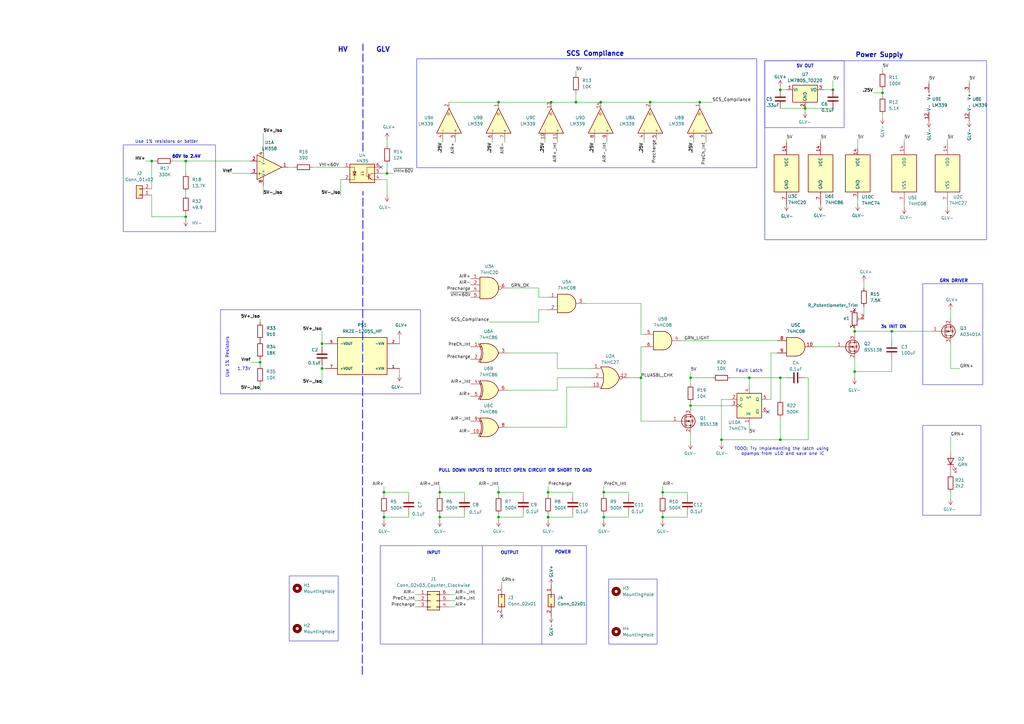
<source format=kicad_sch>
(kicad_sch (version 20250114) (generator "eeschema") (generator_version "9.0")
  (paper "A3")
  (title_block (title "TSAL GREEN") (date "2025-01-10") (rev "1.1") (company "Formula Barton Racing") (comment 1 "evanscesil@gmail.com"))
  (rectangle (start 249.682 237.49) (end 269.494 264.16))
  (rectangle (start 170.942 24.13) (end 310.388 68.834))
  (rectangle (start 313.69 24.892) (end 404.622 98.298))
  (rectangle (start 378.46 174.498) (end 402.336 211.328))
  (rectangle (start 90.424 127) (end 172.466 161.544))
  (rectangle (start 313.69 24.892) (end 346.202 52.324))
  (rectangle (start 378.46 116.332) (end 403.098 157.734))
  (rectangle (start 118.618 236.22) (end 138.684 262.89))
  (rectangle (start 50.546 59.436) (end 88.392 94.996))
  (rectangle (start 155.956 223.774) (end 240.538 264.16))
  (text "GLV" (at 154.178 21.59 0) (effects (font (size 2.0066 2.0066) (thickness 0.4013) (bold yes)) (justify left bottom)))
  (text "3s INIT ON" (at 366.522 134.112 0) (effects (font (size 1.27 1.27) (thickness 0.254) (bold yes))))
  (text "Power Supply" (at 360.68 22.606 0) (effects (font (size 1.905 1.905) (thickness 0.381) (bold yes))))
  (text "60V to 2.4V" (at 76.454 64.262 0) (effects (font (size 1.27 1.27) (thickness 0.508) (bold yes))))
  (text "GRN DRIVER" (at 391.16 115.316 0) (effects (font (size 1.27 1.27) (thickness 0.254) (bold yes))))
  (text "INPUT" (at 177.8 226.822 0) (effects (font (size 1.27 1.27) (thickness 0.254) (bold yes))))
  (text "TODO: Try Implementing the latch using \nopamps from u10 and save one IC" (at 321.056 185.166 0) (effects (font (size 1.27 1.27))))
  (text "POWER" (at 230.886 226.568 0) (effects (font (size 1.27 1.27) (thickness 0.254) (bold yes))))
  (text "OUTPUT" (at 209.042 226.822 0) (effects (font (size 1.27 1.27) (thickness 0.254) (bold yes))))
  (text "PULL DOWN INPUTS TO DETECT OPEN CIRCUIT OR SHORT TO GND" (at 211.328 193.04 0) (effects (font (size 1.27 1.27) (thickness 0.254) (bold yes))))
  (text "Use 1% resistors or better" (at 68.326 58.166 0) (effects (font (size 1.27 1.27))))
  (text "5V OUT" (at 330.2 27.178 0) (effects (font (size 1.27 1.27) (thickness 0.254) (bold yes))))
  (text "1.73V\n" (at 100.076 151.384 0) (effects (font (size 1.27 1.27))))
  (text "HV" (at 138.43 21.59 0) (effects (font (size 2.0066 2.0066) (thickness 0.4013) (bold yes)) (justify left bottom)))
  (text "SCS Compliance" (at 244.094 22.098 0) (effects (font (size 1.905 1.905) (thickness 0.381) (bold yes))))
  (text "Use 1% Resistors" (at 93.218 146.558 90) (effects (font (size 1.27 1.27))))
  (text "Fault Latch" (at 307.34 152.146 0) (effects (font (size 1.27 1.27))))
  (junction (at 295.91 180.34))
  (junction (at 132.08 140.97))
  (junction (at 283.21 154.94))
  (junction (at 320.04 180.34))
  (junction (at 262.89 154.94))
  (junction (at 271.78 201.93))
  (junction (at 247.65 212.09))
  (junction (at 204.47 201.93))
  (junction (at 330.2 44.45))
  (junction (at 158.75 71.12))
  (junction (at 247.65 201.93))
  (junction (at 266.7 41.91))
  (junction (at 226.06 41.91))
  (junction (at 180.34 201.93))
  (junction (at 180.34 212.09))
  (junction (at 341.63 36.83))
  (junction (at 157.48 201.93))
  (junction (at 320.04 36.83))
  (junction (at 350.52 152.4))
  (junction (at 157.48 212.09))
  (junction (at 361.95 38.1))
  (junction (at 106.68 148.59))
  (junction (at 287.02 41.91))
  (junction (at 246.38 41.91))
  (junction (at 76.2 88.9))
  (junction (at 320.04 154.94))
  (junction (at 307.34 154.94))
  (junction (at 204.47 41.91))
  (junction (at 62.23 66.04))
  (junction (at 224.79 201.93))
  (junction (at 204.47 212.09))
  (junction (at 283.21 166.37))
  (junction (at 132.08 151.13))
  (junction (at 236.22 41.91))
  (junction (at 271.78 212.09))
  (junction (at 350.52 135.89))
  (junction (at 76.2 66.04))
  (junction (at 365.76 135.89))
  (junction (at 224.79 212.09))
  (no_connect (at 156.21 68.58))
  (no_connect (at 350.52 127))
  (no_connect (at 205.74 252.73))
  (no_connect (at 314.96 168.91))
  (wire (pts (xy 283.21 165.1) (xy 283.21 166.37)))
  (wire (pts (xy 204.47 41.91) (xy 226.06 41.91)))
  (wire (pts (xy 365.76 135.89) (xy 382.27 135.89)))
  (wire (pts (xy 132.08 151.13) (xy 133.35 151.13)))
  (wire (pts (xy 107.95 80.01) (xy 107.95 76.2)))
  (wire (pts (xy 307.34 177.8) (xy 307.34 173.99)))
  (wire (pts (xy 365.76 147.32) (xy 365.76 152.4)))
  (wire (pts (xy 341.63 36.83) (xy 337.82 36.83)))
  (wire (pts (xy 163.83 138.43) (xy 163.83 140.97)))
  (wire (pts (xy 320.04 44.45) (xy 330.2 44.45)))
  (wire (pts (xy 247.65 212.09) (xy 257.81 212.09)))
  (wire (pts (xy 271.78 203.2) (xy 271.78 201.93)))
  (wire (pts (xy 287.02 41.91) (xy 292.1 41.91)))
  (wire (pts (xy 204.47 213.36) (xy 204.47 212.09)))
  (wire (pts (xy 232.41 175.26) (xy 208.28 175.26)))
  (wire (pts (xy 158.75 71.12) (xy 156.21 71.12)))
  (wire (pts (xy 281.94 203.2) (xy 281.94 201.93)))
  (wire (pts (xy 76.2 90.17) (xy 76.2 88.9)))
  (polyline (pts (xy 148.59 276.606) (xy 148.844 78.486)) (stroke (width 0.3048) (type dash)))
  (wire (pts (xy 234.95 201.93) (xy 224.79 201.93)))
  (wire (pts (xy 361.95 27.94) (xy 361.95 29.21)))
  (wire (pts (xy 220.98 132.08) (xy 200.66 132.08)))
  (wire (pts (xy 262.89 154.94) (xy 257.81 154.94)))
  (wire (pts (xy 271.78 201.93) (xy 271.78 199.39)))
  (wire (pts (xy 266.7 41.91) (xy 287.02 41.91)))
  (wire (pts (xy 224.79 212.09) (xy 224.79 210.82)))
  (wire (pts (xy 190.5 203.2) (xy 190.5 201.93)))
  (wire (pts (xy 214.63 212.09) (xy 214.63 210.82)))
  (wire (pts (xy 234.95 203.2) (xy 234.95 201.93)))
  (wire (pts (xy 247.65 213.36) (xy 247.65 212.09)))
  (wire (pts (xy 132.08 140.97) (xy 132.08 142.24)))
  (polyline (pts (xy 197.866 264.16) (xy 197.866 224.028)))
  (wire (pts (xy 132.08 157.48) (xy 132.08 151.13)))
  (wire (pts (xy 76.2 71.12) (xy 76.2 66.04)))
  (wire (pts (xy 284.48 58.42) (xy 284.48 57.15)))
  (wire (pts (xy 71.12 66.04) (xy 76.2 66.04)))
  (wire (pts (xy 370.84 57.15) (xy 370.84 58.42)))
  (wire (pts (xy 264.16 58.42) (xy 264.16 57.15)))
  (wire (pts (xy 232.41 158.75) (xy 232.41 175.26)))
  (wire (pts (xy 132.08 140.97) (xy 133.35 140.97)))
  (wire (pts (xy 336.55 57.15) (xy 336.55 58.42)))
  (wire (pts (xy 224.79 212.09) (xy 234.95 212.09)))
  (wire (pts (xy 350.52 154.94) (xy 350.52 152.4)))
  (wire (pts (xy 316.23 144.78) (xy 318.77 144.78)))
  (wire (pts (xy 262.89 142.24) (xy 262.89 154.94)))
  (wire (pts (xy 161.29 71.12) (xy 158.75 71.12)))
  (wire (pts (xy 271.78 212.09) (xy 271.78 210.82)))
  (wire (pts (xy 281.94 212.09) (xy 281.94 210.82)))
  (wire (pts (xy 330.2 44.45) (xy 341.63 44.45)))
  (wire (pts (xy 62.23 88.9) (xy 76.2 88.9)))
  (wire (pts (xy 201.93 58.42) (xy 201.93 57.15)))
  (wire (pts (xy 236.22 41.91) (xy 246.38 41.91)))
  (wire (pts (xy 370.84 85.09) (xy 370.84 83.82)))
  (wire (pts (xy 331.47 154.94) (xy 330.2 154.94)))
  (wire (pts (xy 158.75 73.66) (xy 158.75 80.01)))
  (wire (pts (xy 190.5 212.09) (xy 190.5 210.82)))
  (wire (pts (xy 76.2 88.9) (xy 76.2 87.63)))
  (wire (pts (xy 295.91 181.61) (xy 295.91 180.34)))
  (wire (pts (xy 350.52 152.4) (xy 350.52 147.32)))
  (wire (pts (xy 361.95 38.1) (xy 361.95 36.83)))
  (wire (pts (xy 207.01 58.42) (xy 207.01 57.15)))
  (wire (pts (xy 236.22 29.21) (xy 236.22 30.48)))
  (wire (pts (xy 170.18 243.84) (xy 171.45 243.84)))
  (wire (pts (xy 257.81 212.09) (xy 257.81 210.82)))
  (wire (pts (xy 226.06 41.91) (xy 236.22 41.91)))
  (wire (pts (xy 393.7 151.13) (xy 389.89 151.13)))
  (wire (pts (xy 224.79 127) (xy 220.98 127)))
  (wire (pts (xy 204.47 201.93) (xy 204.47 199.39)))
  (wire (pts (xy 208.28 144.78) (xy 228.6 144.78)))
  (wire (pts (xy 180.34 203.2) (xy 180.34 201.93)))
  (wire (pts (xy 118.11 68.58) (xy 120.65 68.58)))
  (wire (pts (xy 283.21 152.4) (xy 283.21 154.94)))
  (wire (pts (xy 320.04 154.94) (xy 307.34 154.94)))
  (wire (pts (xy 281.94 201.93) (xy 271.78 201.93)))
  (wire (pts (xy 107.95 54.61) (xy 107.95 60.96)))
  (wire (pts (xy 220.98 121.92) (xy 220.98 118.11)))
  (wire (pts (xy 350.52 135.89) (xy 365.76 135.89)))
  (wire (pts (xy 220.98 127) (xy 220.98 132.08)))
  (wire (pts (xy 157.48 203.2) (xy 157.48 201.93)))
  (wire (pts (xy 248.92 58.42) (xy 248.92 57.15)))
  (wire (pts (xy 186.69 248.92) (xy 184.15 248.92)))
  (wire (pts (xy 331.47 154.94) (xy 331.47 180.34)))
  (wire (pts (xy 262.89 137.16) (xy 264.16 137.16)))
  (wire (pts (xy 320.04 180.34) (xy 295.91 180.34)))
  (wire (pts (xy 320.04 171.45) (xy 320.04 180.34)))
  (wire (pts (xy 275.59 172.72) (xy 262.89 172.72)))
  (wire (pts (xy 228.6 151.13) (xy 242.57 151.13)))
  (wire (pts (xy 190.5 201.93) (xy 180.34 201.93)))
  (wire (pts (xy 106.68 130.81) (xy 106.68 132.08)))
  (wire (pts (xy 247.65 203.2) (xy 247.65 201.93)))
  (wire (pts (xy 247.65 212.09) (xy 247.65 210.82)))
  (wire (pts (xy 320.04 35.56) (xy 320.04 36.83)))
  (wire (pts (xy 214.63 201.93) (xy 204.47 201.93)))
  (wire (pts (xy 163.83 151.13) (xy 163.83 153.67)))
  (wire (pts (xy 331.47 180.34) (xy 320.04 180.34)))
  (wire (pts (xy 204.47 203.2) (xy 204.47 201.93)))
  (wire (pts (xy 157.48 212.09) (xy 157.48 210.82)))
  (wire (pts (xy 234.95 212.09) (xy 234.95 210.82)))
  (wire (pts (xy 228.6 58.42) (xy 228.6 57.15)))
  (wire (pts (xy 389.89 193.04) (xy 389.89 194.31)))
  (wire (pts (xy 295.91 163.83) (xy 299.72 163.83)))
  (wire (pts (xy 283.21 154.94) (xy 283.21 157.48)))
  (wire (pts (xy 76.2 80.01) (xy 76.2 78.74)))
  (wire (pts (xy 389.89 151.13) (xy 389.89 140.97)))
  (wire (pts (xy 316.23 163.83) (xy 314.96 163.83)))
  (wire (pts (xy 388.62 85.09) (xy 388.62 83.82)))
  (wire (pts (xy 271.78 212.09) (xy 281.94 212.09)))
  (wire (pts (xy 62.23 77.47) (xy 62.23 66.04)))
  (wire (pts (xy 76.2 66.04) (xy 102.87 66.04)))
  (wire (pts (xy 186.69 58.42) (xy 186.69 57.15)))
  (wire (pts (xy 204.47 212.09) (xy 204.47 210.82)))
  (wire (pts (xy 361.95 39.37) (xy 361.95 38.1)))
  (wire (pts (xy 271.78 213.36) (xy 271.78 212.09)))
  (wire (pts (xy 246.38 41.91) (xy 266.7 41.91)))
  (wire (pts (xy 132.08 135.89) (xy 132.08 140.97)))
  (wire (pts (xy 157.48 213.36) (xy 157.48 212.09)))
  (wire (pts (xy 354.33 125.73) (xy 354.33 130.81)))
  (wire (pts (xy 262.89 142.24) (xy 264.16 142.24)))
  (wire (pts (xy 158.75 59.69) (xy 158.75 57.15)))
  (wire (pts (xy 240.03 124.46) (xy 262.89 124.46)))
  (wire (pts (xy 106.68 149.86) (xy 106.68 148.59)))
  (wire (pts (xy 102.87 148.59) (xy 106.68 148.59)))
  (wire (pts (xy 262.89 124.46) (xy 262.89 137.16)))
  (wire (pts (xy 365.76 152.4) (xy 350.52 152.4)))
  (wire (pts (xy 257.81 203.2) (xy 257.81 201.93)))
  (wire (pts (xy 307.34 154.94) (xy 307.34 158.75)))
  (polyline (pts (xy 148.844 61.976) (xy 148.844 18.034)) (stroke (width 0.3048) (type dash)))
  (wire (pts (xy 132.08 149.86) (xy 132.08 151.13)))
  (wire (pts (xy 358.14 38.1) (xy 361.95 38.1)))
  (wire (pts (xy 228.6 154.94) (xy 228.6 160.02)))
  (wire (pts (xy 365.76 135.89) (xy 365.76 139.7)))
  (wire (pts (xy 243.84 58.42) (xy 243.84 57.15)))
  (wire (pts (xy 283.21 181.61) (xy 283.21 177.8)))
  (wire (pts (xy 350.52 134.62) (xy 350.52 135.89)))
  (wire (pts (xy 186.69 243.84) (xy 184.15 243.84)))
  (wire (pts (xy 316.23 144.78) (xy 316.23 163.83)))
  (wire (pts (xy 228.6 160.02) (xy 208.28 160.02)))
  (wire (pts (xy 158.75 67.31) (xy 158.75 71.12)))
  (wire (pts (xy 204.47 212.09) (xy 214.63 212.09)))
  (wire (pts (xy 283.21 166.37) (xy 299.72 166.37)))
  (wire (pts (xy 236.22 41.91) (xy 236.22 38.1)))
  (wire (pts (xy 320.04 36.83) (xy 322.58 36.83)))
  (wire (pts (xy 62.23 66.04) (xy 63.5 66.04)))
  (wire (pts (xy 388.62 57.15) (xy 388.62 58.42)))
  (wire (pts (xy 354.33 115.57) (xy 354.33 118.11)))
  (wire (pts (xy 106.68 160.02) (xy 106.68 157.48)))
  (wire (pts (xy 242.57 154.94) (xy 228.6 154.94)))
  (wire (pts (xy 295.91 180.34) (xy 295.91 163.83)))
  (wire (pts (xy 139.7 73.66) (xy 140.97 73.66)))
  (wire (pts (xy 167.64 203.2) (xy 167.64 201.93)))
  (wire (pts (xy 228.6 144.78) (xy 228.6 151.13)))
  (wire (pts (xy 156.21 73.66) (xy 158.75 73.66)))
  (wire (pts (xy 186.69 246.38) (xy 184.15 246.38)))
  (wire (pts (xy 157.48 201.93) (xy 157.48 199.39)))
  (wire (pts (xy 214.63 203.2) (xy 214.63 201.93)))
  (wire (pts (xy 180.34 213.36) (xy 180.34 212.09)))
  (wire (pts (xy 361.95 48.26) (xy 361.95 46.99)))
  (wire (pts (xy 95.25 71.12) (xy 102.87 71.12)))
  (wire (pts (xy 322.58 57.15) (xy 322.58 58.42)))
  (wire (pts (xy 170.18 248.92) (xy 171.45 248.92)))
  (wire (pts (xy 224.79 201.93) (xy 224.79 199.39)))
  (wire (pts (xy 157.48 212.09) (xy 167.64 212.09)))
  (wire (pts (xy 106.68 148.59) (xy 106.68 147.32)))
  (wire (pts (xy 167.64 201.93) (xy 157.48 201.93)))
  (wire (pts (xy 208.28 118.11) (xy 220.98 118.11)))
  (wire (pts (xy 397.51 33.02) (xy 397.51 34.29)))
  (wire (pts (xy 389.89 127) (xy 389.89 130.81)))
  (wire (pts (xy 180.34 212.09) (xy 180.34 210.82)))
  (wire (pts (xy 167.64 212.09) (xy 167.64 210.82)))
  (wire (pts (xy 283.21 166.37) (xy 283.21 167.64)))
  (wire (pts (xy 204.47 41.91) (xy 184.15 41.91)))
  (wire (pts (xy 223.52 58.42) (xy 223.52 57.15)))
  (wire (pts (xy 389.89 204.47) (xy 389.89 201.93)))
  (wire (pts (xy 59.69 66.04) (xy 62.23 66.04)))
  (wire (pts (xy 330.2 45.72) (xy 330.2 44.45)))
  (wire (pts (xy 181.61 58.42) (xy 181.61 57.15)))
  (wire (pts (xy 322.58 154.94) (xy 320.04 154.94)))
  (wire (pts (xy 341.63 33.02) (xy 341.63 36.83)))
  (wire (pts (xy 299.72 154.94) (xy 307.34 154.94)))
  (wire (pts (xy 320.04 163.83) (xy 320.04 154.94)))
  (wire (pts (xy 350.52 135.89) (xy 350.52 137.16)))
  (wire (pts (xy 62.23 80.01) (xy 62.23 88.9)))
  (wire (pts (xy 139.7 80.01) (xy 139.7 73.66)))
  (wire (pts (xy 224.79 121.92) (xy 220.98 121.92)))
  (wire (pts (xy 128.27 68.58) (xy 140.97 68.58)))
  (polyline (pts (xy 222.25 264.16) (xy 222.25 224.028)))
  (wire (pts (xy 180.34 212.09) (xy 190.5 212.09)))
  (wire (pts (xy 292.1 154.94) (xy 283.21 154.94)))
  (wire (pts (xy 389.89 185.42) (xy 389.89 179.07)))
  (wire (pts (xy 205.74 238.76) (xy 205.74 240.03)))
  (wire (pts (xy 242.57 158.75) (xy 232.41 158.75)))
  (wire (pts (xy 224.79 213.36) (xy 224.79 212.09)))
  (wire (pts (xy 170.18 246.38) (xy 171.45 246.38)))
  (wire (pts (xy 247.65 201.93) (xy 247.65 199.39)))
  (wire (pts (xy 381 33.02) (xy 381 34.29)))
  (wire (pts (xy 351.79 83.82) (xy 351.79 81.28)))
  (wire (pts (xy 342.9 142.24) (xy 334.01 142.24)))
  (wire (pts (xy 180.34 201.93) (xy 180.34 199.39)))
  (wire (pts (xy 257.81 201.93) (xy 247.65 201.93)))
  (wire (pts (xy 279.4 139.7) (xy 318.77 139.7)))
  (wire (pts (xy 262.89 154.94) (xy 262.89 172.72)))
  (wire (pts (xy 224.79 203.2) (xy 224.79 201.93)))
  (wire (pts (xy 351.79 57.15) (xy 351.79 60.96)))
  (wire (pts (xy 289.56 58.42) (xy 289.56 57.15)))
  (label ".25V" (at 358.14 38.1 180) (effects (font (thickness 0.254) (bold yes))))
  (label "PLUASBL_CHK" (at 262.89 154.94 0))
  (label "AIR-" (at 170.18 243.84 180))
  (label "SCS_Compliance" (at 292.1 41.91 0))
  (label "5V" (at 361.95 27.94 0))
  (label "5V" (at 341.63 33.02 0))
  (label "SCS_Compliance" (at 200.66 132.08 180))
  (label "5V-_Iso" (at 107.95 80.01 0) (effects (font (thickness 0.254) (bold yes))))
  (label ".25V" (at 264.16 58.42 270) (effects (font (thickness 0.254) (bold yes))))
  (label "5V" (at 397.51 33.02 0))
  (label "AIR-" (at 193.04 177.8 180))
  (label "5V-_Iso" (at 132.08 157.48 180) (effects (font (bold yes))))
  (label "Vref" (at 102.87 148.59 180) (effects (font (thickness 0.254) (bold yes))))
  (label "Precharge" (at 224.79 199.39 0))
  (label ".25V" (at 181.61 58.42 270) (effects (font (thickness 0.254) (bold yes))))
  (label "5V" (at 351.79 57.15 0))
  (label "5V" (at 388.62 57.15 0))
  (label "5V" (at 283.21 152.4 0))
  (label "AIR+" (at 186.69 58.42 270))
  (label "GRN+" (at 205.74 238.76 0))
  (label "5V" (at 381 33.02 0))
  (label "AIR-" (at 271.78 199.39 0))
  (label "5V+_Iso" (at 106.68 130.81 180) (effects (font (bold yes))))
  (label "AIR+_Int" (at 193.04 157.48 180))
  (label "5V+_Iso" (at 107.95 54.61 0) (effects (font (bold yes))))
  (label "GRN_OK" (at 209.55 118.11 0))
  (label "AIR-_Int" (at 193.04 172.72 180))
  (label "5V+_Iso" (at 132.08 135.89 180) (effects (font (bold yes))))
  (label "GRN+" (at 393.7 151.13 0))
  (label ".25V" (at 223.52 58.42 270) (effects (font (thickness 0.254) (bold yes))))
  (label "AIR+" (at 193.04 114.3 180))
  (label "AIR+" (at 186.69 248.92 0))
  (label "PreCh_Int" (at 170.18 246.38 180))
  (label "5V-_Iso" (at 106.68 160.02 180) (effects (font (bold yes))))
  (label "5V" (at 370.84 57.15 0))
  (label "5V" (at 336.55 57.15 0))
  (label "5V" (at 307.34 177.8 0))
  (label "Precharge" (at 193.04 119.38 180))
  (label ".25V" (at 243.84 58.42 270) (effects (font (thickness 0.254) (bold yes))))
  (label "VHI<60V" (at 130.81 68.58 0))
  (label "GRN_LIGHT" (at 280.67 139.7 0))
  (label "5V-_Iso" (at 139.7 80.01 180) (effects (font (thickness 0.254) (bold yes))))
  (label "AIR+_Int" (at 180.34 199.39 180))
  (label "PreCh_Int" (at 289.56 58.42 270))
  (label "Precharge" (at 170.18 248.92 180))
  (label "AIR-_Int" (at 186.69 243.84 0))
  (label "HV+" (at 59.69 66.04 180) (effects (font (bold yes))))
  (label "Precharge" (at 269.24 57.15 270))
  (label "AIR-_Int" (at 248.92 58.42 270))
  (label ".25V" (at 284.48 58.42 270) (effects (font (thickness 0.254) (bold yes))))
  (label "PreCh_Int" (at 247.65 199.39 0))
  (label "5V" (at 322.58 57.15 0))
  (label "AIR-" (at 207.01 58.42 270))
  (label "AIR-_Int" (at 204.47 199.39 180))
  (label "AIR+" (at 193.04 162.56 180))
  (label "5V" (at 236.22 29.21 0))
  (label "~{VHI<60V}" (at 193.04 121.92 180))
  (label "AIR+_Int" (at 186.69 246.38 0))
  (label "AIR-" (at 193.04 116.84 180))
  (label "Precharge" (at 193.04 147.32 180))
  (label "GRN+" (at 389.89 179.07 0))
  (label "AIR+_Int" (at 228.6 58.42 270))
  (label "PreCh_Int" (at 193.04 142.24 180))
  (label "Vref" (at 95.25 71.12 180) (effects (font (thickness 0.254) (bold yes))))
  (label "AIR+" (at 157.48 199.39 180))
  (label "~{VHI<60V}" (at 161.29 71.12 0))
  (label ".25V" (at 201.93 58.42 270) (effects (font (thickness 0.254) (bold yes))))
  (symbol (lib_id "Comparator:LM339") (at 383.54 41.91 0) (unit 5)
    (property "Reference" "U9" (at 382.27 40.6399 0) (effects (justify left)))
    (property "Value" "LM339" (at 382.27 43.1799 0) (effects (justify left)))
    (property "Footprint" "Package_DIP:DIP-14_W7.62mm" (effects (hide yes)))
    (property "Datasheet" "https://www.st.com/resource/en/datasheet/lm139.pdf" (effects (hide yes)))
    (property "Description" "Quad Differential Comparators, SOIC-14/TSSOP-14" (effects (hide yes)))
  )
  (symbol (lib_id "power:+12V") (at 224.79 213.36 180) (unit 1)
    (property "Reference" "#PWR04" (effects (hide yes)))
    (property "Value" "GLV-" (at 227.584 217.932 0) (effects (justify left)))
  )
  (symbol (lib_id "Transistor_FET:BSS138") (at 280.67 172.72 0) (unit 1)
    (property "Reference" "Q1" (at 287.02 171.4499 0) (effects (justify left)))
    (property "Value" "BSS138" (at 287.02 173.9899 0) (effects (justify left)))
    (property "Footprint" "Package_TO_SOT_SMD:SOT-23" (effects (hide yes)))
    (property "Datasheet" "https://www.onsemi.com/pub/Collateral/BSS138-D.PDF" (effects (hide yes)))
    (property "Description" "50V Vds, 0.22A Id, N-Channel MOSFET, SOT-23" (effects (hide yes)))
  )
  (symbol (lib_name "4002_1") (lib_id "4xxx:4002") (at 250.19 154.94 0) (unit 1)
    (property "Reference" "U2" (at 250.19 146.05 0))
    (property "Value" "74HC27" (at 250.19 148.59 0))
    (property "Footprint" "Package_SO:SOIC-14_3.9x8.7mm_P1.27mm" (effects (hide yes)))
    (property "Datasheet" "https://assets.nexperia.com/documents/data-sheet/74HC_HCT27.pdf" (effects (hide yes)))
    (property "Description" "Dual  4 input NOR gate" (effects (hide yes)))
  )
  (symbol (lib_id "74xx:74HC86") (at 200.66 144.78 0) (unit 1)
    (property "Reference" "U6" (at 200.3552 135.89 0))
    (property "Value" "74HC86" (at 200.3552 138.43 0))
    (property "Footprint" "Package_DIP:DIP-14_W7.62mm" (effects (hide yes)))
    (property "Datasheet" "http://www.ti.com/lit/gpn/sn74HC86" (effects (hide yes)))
    (property "Description" "Quad 2-input XOR" (effects (hide yes)))
  )
  (symbol (lib_id "power:+12V") (at 163.83 138.43 0) (unit 1)
    (property "Reference" "#PWR028" (effects (hide yes)))
    (property "Value" "GLV+" (at 162.052 133.35 0) (effects (justify left)))
  )
  (symbol (lib_id "74xx:74HC86") (at 200.66 160.02 0) (unit 2)
    (property "Reference" "U6" (at 200.3552 151.13 0))
    (property "Value" "74HC86" (at 200.3552 153.67 0))
    (property "Footprint" "Package_DIP:DIP-14_W7.62mm" (effects (hide yes)))
    (property "Datasheet" "http://www.ti.com/lit/gpn/sn74HC86" (effects (hide yes)))
    (property "Description" "Quad 2-input XOR" (effects (hide yes)))
  )
  (symbol (lib_id "power:+12V") (at 354.33 115.57 0) (unit 1)
    (property "Reference" "#PWR030" (effects (hide yes)))
    (property "Value" "GLV+" (at 352.552 111.506 0) (effects (justify left)))
  )
  (symbol (lib_id "Amplifier_Operational:LM358") (at 110.49 68.58 0) (mirror x) (unit 3)
    (property "Reference" "U1" (effects (hide yes)))
    (property "Value" "LM358" (effects (hide yes)))
    (property "Footprint" "Package_SO:SOIC-8_3.9x4.9mm_P1.27mm" (effects (hide yes)))
    (property "Datasheet" "http://www.ti.com/lit/ds/symlink/lm2904-n.pdf" (effects (hide yes)))
    (property "Description" "Low-Power, Dual Operational Amplifiers, DIP-8/SOIC-8/TO-99-8" (effects (hide yes)))
  )
  (symbol (lib_id "Device:R") (at 76.2 74.93 0) (unit 1)
    (property "Reference" "R18" (at 78.74 73.6599 0) (effects (justify left)))
    (property "Value" "13.7K" (at 78.74 76.1999 0) (effects (justify left)))
    (property "Footprint" "Resistor_SMD:R_1206_3216Metric_Pad1.30x1.75mm_HandSolder" (effects (hide yes)))
    (property "Description" "Resistor" (effects (hide yes)))
    (property "Comments" "1% tolerance" (effects (hide yes)))
  )
  (symbol (lib_id "Device:R") (at 361.95 43.18 0) (unit 1)
    (property "Reference" "R12" (at 364.49 41.9099 0) (effects (justify left)))
    (property "Value" "5.1K" (at 364.49 44.4499 0) (effects (justify left)))
    (property "Footprint" "Resistor_SMD:R_0603_1608Metric_Pad0.98x0.95mm_HandSolder" (effects (hide yes)))
    (property "Description" "Resistor" (effects (hide yes)))
  )
  (symbol (lib_id "Device:R") (at 76.2 83.82 0) (unit 1)
    (property "Reference" "R32" (at 78.74 82.5499 0) (effects (justify left)))
    (property "Value" "49.9" (at 78.74 85.0899 0) (effects (justify left)))
    (property "Footprint" "Resistor_SMD:R_1206_3216Metric_Pad1.30x1.75mm_HandSolder" (effects (hide yes)))
    (property "Description" "Resistor" (effects (hide yes)))
    (property "Comments" "1% tolerance" (effects (hide yes)))
  )
  (symbol (lib_id "power:+12V") (at 320.04 35.56 0) (unit 1)
    (property "Reference" "#PWR021" (effects (hide yes)))
    (property "Value" "GLV+" (at 317.5 31.496 0) (effects (justify left)))
  )
  (symbol (lib_id "Device:R") (at 157.48 207.01 0) (mirror y) (unit 1)
    (property "Reference" "R5" (at 160.02 205.7399 0) (effects (justify right)))
    (property "Value" "500K" (at 160.02 208.2799 0) (effects (justify right)))
    (property "Footprint" "Resistor_SMD:R_0603_1608Metric_Pad0.98x0.95mm_HandSolder" (effects (hide yes)))
    (property "Description" "Resistor" (effects (hide yes)))
  )
  (symbol (lib_id "Device:R") (at 158.75 63.5 0) (unit 1)
    (property "Reference" "R14" (at 161.29 62.2299 0) (effects (justify left)))
    (property "Value" "12K" (at 161.29 64.7699 0) (effects (justify left)))
    (property "Footprint" "Resistor_SMD:R_0603_1608Metric_Pad0.98x0.95mm_HandSolder" (effects (hide yes)))
    (property "Description" "Resistor" (effects (hide yes)))
  )
  (symbol (lib_id "Device:C") (at 320.04 40.64 0) (unit 1)
    (property "Reference" "C5" (at 314.198 40.64 0) (effects (justify left)))
    (property "Value" ".33uF" (at 314.198 43.18 0) (effects (justify left)))
    (property "Footprint" "Capacitor_SMD:C_0603_1608Metric_Pad1.08x0.95mm_HandSolder" (effects (hide yes)))
    (property "Description" "Unpolarized capacitor" (effects (hide yes)))
  )
  (symbol (lib_id "74xx:74LS20") (at 200.66 118.11 0) (unit 1)
    (property "Reference" "U3" (at 200.6503 109.22 0))
    (property "Value" "74HC20" (at 200.6503 111.76 0))
    (property "Footprint" "Package_DIP:DIP-14_W7.62mm" (effects (hide yes)))
    (property "Datasheet" "https://www.ti.com/lit/ds/symlink/cd74hc20.pdf" (effects (hide yes)))
    (property "Description" "Dual 4-input NAND" (effects (hide yes)))
  )
  (symbol (lib_id "Device:C") (at 326.39 154.94 90) (unit 1)
    (property "Reference" "C4" (at 326.39 148.844 90))
    (property "Value" "0.1uF" (at 326.39 151.384 90))
    (property "Footprint" "Capacitor_SMD:C_0603_1608Metric_Pad1.08x0.95mm_HandSolder" (effects (hide yes)))
    (property "Description" "Unpolarized capacitor" (effects (hide yes)))
  )
  (symbol (lib_id "Device:R") (at 283.21 161.29 0) (unit 1)
    (property "Reference" "R19" (at 285.75 160.0199 0) (effects (justify left)))
    (property "Value" "10K" (at 285.75 162.5599 0) (effects (justify left)))
    (property "Footprint" "Resistor_SMD:R_0603_1608Metric_Pad0.98x0.95mm_HandSolder" (effects (hide yes)))
    (property "Description" "Resistor" (effects (hide yes)))
  )
  (symbol (lib_id "power:+12V") (at 381 49.53 180) (unit 1)
    (property "Reference" "#PWR012" (effects (hide yes)))
    (property "Value" "GLV-" (at 381 52.578 90) (effects (justify left)))
  )
  (symbol (lib_id "Device:R") (at 106.68 153.67 0) (unit 1)
    (property "Reference" "R35" (at 109.22 152.3999 0) (effects (justify left)))
    (property "Value" "10K" (at 109.22 154.9399 0) (effects (justify left)))
    (property "Footprint" "Resistor_SMD:R_0603_1608Metric_Pad0.98x0.95mm_HandSolder" (effects (hide yes)))
    (property "Description" "Resistor" (effects (hide yes)))
  )
  (symbol (lib_id "Mechanical:MountingHole") (at 121.92 257.81 0) (unit 1) (exclude_from_sim yes) (in_bom no)
    (property "Reference" "H2" (at 124.46 256.5399 0) (effects (justify left)))
    (property "Value" "MountingHole" (at 124.46 259.0799 0) (effects (justify left)))
    (property "Footprint" "MountingHole:MountingHole_3.2mm_M3_DIN965" (effects (hide yes)))
    (property "Description" "Mounting Hole without connection" (effects (hide yes)))
  )
  (symbol (lib_id "Device:R") (at 247.65 207.01 0) (mirror y) (unit 1)
    (property "Reference" "R9" (at 250.19 205.7399 0) (effects (justify right)))
    (property "Value" "500K" (at 250.19 208.2799 0) (effects (justify right)))
    (property "Footprint" "Resistor_SMD:R_0603_1608Metric_Pad0.98x0.95mm_HandSolder" (effects (hide yes)))
    (property "Description" "Resistor" (effects (hide yes)))
  )
  (symbol (lib_id "Comparator:LM339") (at 287.02 49.53 270) (mirror x) (unit 2)
    (property "Reference" "U8" (at 280.67 48.2599 90) (effects (justify right)))
    (property "Value" "LM339" (at 280.67 50.7999 90) (effects (justify right)))
    (property "Footprint" "Package_DIP:DIP-14_W7.62mm" (effects (hide yes)))
    (property "Datasheet" "https://www.st.com/resource/en/datasheet/lm139.pdf" (effects (hide yes)))
    (property "Description" "Quad Differential Comparators, SOIC-14/TSSOP-14" (effects (hide yes)))
  )
  (symbol (lib_id "Comparator:LM339") (at 400.05 41.91 0) (unit 5)
    (property "Reference" "U8" (at 398.78 40.6399 0) (effects (justify left)))
    (property "Value" "LM339" (at 398.78 43.1799 0) (effects (justify left)))
    (property "Footprint" "Package_DIP:DIP-14_W7.62mm" (effects (hide yes)))
    (property "Datasheet" "https://www.st.com/resource/en/datasheet/lm139.pdf" (effects (hide yes)))
    (property "Description" "Quad Differential Comparators, SOIC-14/TSSOP-14" (effects (hide yes)))
  )
  (symbol (lib_id "Device:R") (at 106.68 143.51 0) (unit 1)
    (property "Reference" "R34" (at 109.22 142.2399 0) (effects (justify left)))
    (property "Value" "18K" (at 109.22 144.7799 0) (effects (justify left)))
    (property "Footprint" "Resistor_SMD:R_0603_1608Metric_Pad0.98x0.95mm_HandSolder" (effects (hide yes)))
    (property "Description" "Resistor" (effects (hide yes)))
  )
  (symbol (lib_id "Device:R") (at 361.95 33.02 0) (unit 1)
    (property "Reference" "R11" (at 364.49 31.7499 0) (effects (justify left)))
    (property "Value" "100K" (at 364.49 34.2899 0) (effects (justify left)))
    (property "Footprint" "Resistor_SMD:R_0603_1608Metric_Pad0.98x0.95mm_HandSolder" (effects (hide yes)))
    (property "Description" "Resistor" (effects (hide yes)))
  )
  (symbol (lib_id "power:+12V") (at 226.06 240.03 0) (unit 1)
    (property "Reference" "#PWR019" (effects (hide yes)))
    (property "Value" "GLV+" (at 226.06 236.982 90) (effects (justify left)))
  )
  (symbol (lib_id "74xx:74HC74") (at 351.79 71.12 0) (unit 3)
    (property "Reference" "U10" (at 353.314 80.772 0) (effects (justify left)))
    (property "Value" "74HC74" (at 353.314 83.312 0) (effects (justify left)))
    (property "Footprint" "Package_DIP:DIP-14_W7.62mm" (effects (hide yes)))
    (property "Datasheet" "74xx/74hc_hct74.pdf" (effects (hide yes)))
    (property "Description" "Dual D Flip-flop, Set & Reset" (effects (hide yes)))
  )
  (symbol (lib_id "Device:C") (at 365.76 143.51 0) (unit 1)
    (property "Reference" "C3" (at 369.57 142.2399 0) (effects (justify left)))
    (property "Value" "100uF" (at 369.57 144.7799 0) (effects (justify left)))
    (property "Footprint" "Capacitor_SMD:C_Elec_6.3x7.7" (effects (hide yes)))
    (property "Description" "Unpolarized capacitor" (effects (hide yes)))
  )
  (symbol (lib_id "Connector_Generic:Conn_02x01") (at 205.74 245.11 270) (unit 1)
    (property "Reference" "J3" (at 208.28 245.1099 90) (effects (justify left)))
    (property "Value" "Conn_02x01" (at 208.28 247.6499 90) (effects (justify left)))
    (property "Footprint" "Connector_Molex:Molex_Micro-Fit_3.0_43045-0212_2x01_P3.00mm_Vertical" (effects (hide yes)))
    (property "Description" "Generic connector, double row, 02x01, this symbol is compatible with counter-clockwise, top-bottom and odd-even numbering schemes., script generated (kicad-library-utils/schlib/autogen/connector/)" (effects (hide yes)))
  )
  (symbol (lib_id "power:+12V") (at 295.91 181.61 180) (unit 1)
    (property "Reference" "#PWR025" (effects (hide yes)))
    (property "Value" "GLV-" (at 298.704 185.928 0) (effects (justify left)))
  )
  (symbol (lib_id "Device:C") (at 167.64 207.01 0) (unit 1)
    (property "Reference" "C7" (at 172.212 207.01 90))
    (property "Value" "0.1uF" (at 171.704 210.82 0))
    (property "Footprint" "Capacitor_SMD:C_0603_1608Metric_Pad1.08x0.95mm_HandSolder" (effects (hide yes)))
    (property "Description" "Unpolarized capacitor" (effects (hide yes)))
  )
  (symbol (lib_id "Device:C") (at 190.5 207.01 0) (unit 1)
    (property "Reference" "C8" (at 195.072 207.01 0))
    (property "Value" "0.1uF" (at 195.072 210.058 0))
    (property "Footprint" "Capacitor_SMD:C_0603_1608Metric_Pad1.08x0.95mm_HandSolder" (effects (hide yes)))
    (property "Description" "Unpolarized capacitor" (effects (hide yes)))
  )
  (symbol (lib_id "Device:R") (at 124.46 68.58 90) (unit 1)
    (property "Reference" "R16" (at 124.46 62.23 90))
    (property "Value" "390" (at 124.46 64.77 90))
    (property "Footprint" "Resistor_SMD:R_0603_1608Metric_Pad0.98x0.95mm_HandSolder" (effects (hide yes)))
    (property "Description" "Resistor" (effects (hide yes)))
  )
  (symbol (lib_id "Comparator:LM339") (at 204.47 49.53 270) (mirror x) (unit 2)
    (property "Reference" "U9" (at 198.12 48.2599 90) (effects (justify right)))
    (property "Value" "LM339" (at 198.12 50.7999 90) (effects (justify right)))
    (property "Footprint" "Package_DIP:DIP-14_W7.62mm" (effects (hide yes)))
    (property "Datasheet" "https://www.st.com/resource/en/datasheet/lm139.pdf" (effects (hide yes)))
    (property "Description" "Quad Differential Comparators, SOIC-14/TSSOP-14" (effects (hide yes)))
  )
  (symbol (lib_id "power:+12V") (at 247.65 213.36 180) (unit 1)
    (property "Reference" "#PWR05" (effects (hide yes)))
    (property "Value" "GLV-" (at 250.444 217.932 0) (effects (justify left)))
  )
  (symbol (lib_id "Device:R") (at 271.78 207.01 0) (mirror y) (unit 1)
    (property "Reference" "R10" (at 274.32 205.7399 0) (effects (justify right)))
    (property "Value" "500K" (at 274.32 208.2799 0) (effects (justify right)))
    (property "Footprint" "Resistor_SMD:R_0603_1608Metric_Pad0.98x0.95mm_HandSolder" (effects (hide yes)))
    (property "Description" "Resistor" (effects (hide yes)))
  )
  (symbol (lib_id "Device:R") (at 236.22 34.29 0) (unit 1)
    (property "Reference" "R13" (at 238.76 33.0199 0) (effects (justify left)))
    (property "Value" "10K" (at 238.76 35.5599 0) (effects (justify left)))
    (property "Footprint" "Resistor_SMD:R_0603_1608Metric_Pad0.98x0.95mm_HandSolder" (effects (hide yes)))
    (property "Description" "Resistor" (effects (hide yes)))
  )
  (symbol (lib_id "power:+12V") (at 226.06 252.73 180) (unit 1)
    (property "Reference" "#PWR016" (effects (hide yes)))
    (property "Value" "GLV-" (at 226.06 255.778 90) (effects (justify left)))
  )
  (symbol (lib_id "Device:C") (at 341.63 40.64 180) (unit 1)
    (property "Reference" "C6" (at 336.804 42.672 0) (effects (justify right)))
    (property "Value" "0.1uF" (at 336.804 45.212 0) (effects (justify right)))
    (property "Footprint" "Capacitor_SMD:C_0603_1608Metric_Pad1.08x0.95mm_HandSolder" (effects (hide yes)))
    (property "Description" "Unpolarized capacitor" (effects (hide yes)))
  )
  (symbol (lib_id "Device:C") (at 281.94 207.01 0) (unit 1)
    (property "Reference" "C12" (at 286.258 207.01 0))
    (property "Value" "0.1uF" (at 285.75 209.804 0))
    (property "Footprint" "Capacitor_SMD:C_0603_1608Metric_Pad1.08x0.95mm_HandSolder" (effects (hide yes)))
    (property "Description" "Unpolarized capacitor" (effects (hide yes)))
  )
  (symbol (lib_id "Device:R") (at 180.34 207.01 0) (mirror y) (unit 1)
    (property "Reference" "R6" (at 182.88 205.7399 0) (effects (justify right)))
    (property "Value" "500K" (at 182.88 208.2799 0) (effects (justify right)))
    (property "Footprint" "Resistor_SMD:R_0603_1608Metric_Pad0.98x0.95mm_HandSolder" (effects (hide yes)))
    (property "Description" "Resistor" (effects (hide yes)))
  )
  (symbol (lib_id "Regulator_Linear:LM7805_TO220") (at 330.2 36.83 0) (unit 1)
    (property "Reference" "U7" (at 330.2 30.48 0))
    (property "Value" "LM7805_TO220" (at 330.2 33.02 0))
    (property "Footprint" "Package_TO_SOT_THT:TO-220-3_Horizontal_TabDown" (effects (hide yes)))
    (property "Datasheet" "https://www.onsemi.cn/PowerSolutions/document/MC7800-D.PDF" (effects (hide yes)))
    (property "Description" "Positive 1A 35V Linear Regulator, Fixed Output 5V, TO-220" (effects (hide yes)))
  )
  (symbol (lib_id "4xxx:4081") (at 370.84 71.12 0) (unit 5)
    (property "Reference" "U5" (at 372.364 81.026 0) (effects (justify left)))
    (property "Value" "74HC08" (at 372.364 83.566 0) (effects (justify left)))
    (property "Footprint" "Package_DIP:DIP-14_W7.62mm" (effects (hide yes)))
    (property "Datasheet" "http://www.intersil.com/content/dam/Intersil/documents/cd40/cd4073bms-81bms-82bms.pdf" (effects (hide yes)))
    (property "Description" "Quad And 2 inputs" (effects (hide yes)))
  )
  (symbol (lib_id "Mechanical:MountingHole") (at 252.73 242.57 0) (unit 1) (exclude_from_sim yes) (in_bom no)
    (property "Reference" "H3" (at 255.27 241.2999 0) (effects (justify left)))
    (property "Value" "MountingHole" (at 255.27 243.8399 0) (effects (justify left)))
    (property "Footprint" "MountingHole:MountingHole_3.2mm_M3_DIN965" (effects (hide yes)))
    (property "Description" "Mounting Hole without connection" (effects (hide yes)))
  )
  (symbol (lib_id "Connector_Generic:Conn_01x02") (at 57.15 80.01 180) (unit 1)
    (property "Reference" "J2" (at 57.15 71.12 0))
    (property "Value" "Conn_01x02" (at 57.15 73.66 0))
    (property "Footprint" "Connector_Molex:Molex_Mini-Fit_Jr_5566-02A_2x01_P4.20mm_Vertical" (effects (hide yes)))
    (property "Description" "Generic connector, single row, 01x02, script generated (kicad-library-utils/schlib/autogen/connector/)" (effects (hide yes)))
  )
  (symbol (lib_id "Amplifier_Operational:LM358") (at 110.49 68.58 0) (mirror x) (unit 1)
    (property "Reference" "U1" (at 110.49 58.42 0))
    (property "Value" "LM358" (at 110.49 60.96 0))
    (property "Footprint" "Package_SO:SOIC-8_3.9x4.9mm_P1.27mm" (effects (hide yes)))
    (property "Datasheet" "http://www.ti.com/lit/ds/symlink/lm2904-n.pdf" (effects (hide yes)))
    (property "Description" "Low-Power, Dual Operational Amplifiers, DIP-8/SOIC-8/TO-99-8" (effects (hide yes)))
  )
  (symbol (lib_id "Device:R") (at 354.33 121.92 0) (unit 1)
    (property "Reference" "R15" (at 356.87 120.6499 0) (effects (justify left)))
    (property "Value" "7.5K" (at 356.87 123.1899 0) (effects (justify left)))
    (property "Footprint" "Resistor_SMD:R_0603_1608Metric_Pad0.98x0.95mm_HandSolder" (effects (hide yes)))
    (property "Description" "Resistor" (effects (hide yes)))
  )
  (symbol (lib_id "Recom 12V Isolated:RKZE-1205S_HP") (at 148.59 146.05 180) (unit 1)
    (property "Reference" "PS1" (at 148.59 133.35 0))
    (property "Value" "RKZE-1205S_HP" (at 148.59 135.89 0))
    (property "Footprint" "Recom 12V Isolated:CONV_RKZE-1205S_HP" (effects (hide yes)))
    (property "Datasheet" "https://www.mouser.in/datasheet/2/468/RKZE-1711298.pdf" (effects (hide yes)))
    (property "Description" "Isolated buck converter" (effects (hide yes)))
    (property "MANUFACTURER" "RECOM" (effects (hide yes)))
  )
  (symbol (lib_id "power:+12V") (at 163.83 153.67 180) (unit 1)
    (property "Reference" "#PWR029" (effects (hide yes)))
    (property "Value" "GLV-" (at 165.608 158.75 0) (effects (justify left)))
  )
  (symbol (lib_id "power:+12V") (at 283.21 181.61 180) (unit 1)
    (property "Reference" "#PWR033" (effects (hide yes)))
    (property "Value" "GLV-" (at 285.75 185.928 0) (effects (justify left)))
  )
  (symbol (lib_id "power:+BATT") (at 76.2 90.17 180) (unit 1)
    (property "Reference" "#PWR09" (effects (hide yes)))
    (property "Value" "HV-" (at 78.74 91.4399 0) (effects (justify right)))
    (property "Description" "Power symbol creates a global label with name \"+BATT\"" (effects (hide yes)))
  )
  (symbol (lib_id "power:+12V") (at 388.62 85.09 180) (unit 1)
    (property "Reference" "#PWR020" (effects (hide yes)))
    (property "Value" "GLV-" (at 391.16 89.408 0) (effects (justify left)))
  )
  (symbol (lib_id "Device:R") (at 204.47 207.01 0) (mirror y) (unit 1)
    (property "Reference" "R7" (at 207.01 205.7399 0) (effects (justify right)))
    (property "Value" "500K" (at 207.01 208.2799 0) (effects (justify right)))
    (property "Footprint" "Resistor_SMD:R_0603_1608Metric_Pad0.98x0.95mm_HandSolder" (effects (hide yes)))
    (property "Description" "Resistor" (effects (hide yes)))
  )
  (symbol (lib_id "Connector_Generic:Conn_02x03_Counter_Clockwise") (at 176.53 246.38 0) (unit 1)
    (property "Reference" "J1" (at 177.8 237.49 0))
    (property "Value" "Conn_02x03_Counter_Clockwise" (at 177.8 240.03 0))
    (property "Footprint" "Connector_Molex:Molex_Micro-Fit_3.0_43045-0612_2x03_P3.00mm_Vertical" (effects (hide yes)))
    (property "Description" "Generic connector, double row, 02x03, counter clockwise pin numbering scheme (similar to DIP package numbering), script generated (kicad-library-utils/schlib/autogen/connector/)" (effects (hide yes)))
  )
  (symbol (lib_id "power:+12V") (at 271.78 213.36 180) (unit 1)
    (property "Reference" "#PWR06" (effects (hide yes)))
    (property "Value" "GLV-" (at 274.574 217.932 0) (effects (justify left)))
  )
  (symbol (lib_id "power:+12V") (at 350.52 154.94 180) (unit 1)
    (property "Reference" "#PWR031" (effects (hide yes)))
    (property "Value" "GLV-" (at 353.06 160.02 0) (effects (justify left)))
  )
  (symbol (lib_id "4xxx:4081") (at 326.39 142.24 0) (unit 3)
    (property "Reference" "U5" (at 326.3817 133.35 0))
    (property "Value" "74HC08" (at 326.3817 135.89 0))
    (property "Footprint" "Package_DIP:DIP-14_W7.62mm" (effects (hide yes)))
    (property "Datasheet" "http://www.intersil.com/content/dam/Intersil/documents/cd40/cd4073bms-81bms-82bms.pdf" (effects (hide yes)))
    (property "Description" "Quad And 2 inputs" (effects (hide yes)))
  )
  (symbol (lib_id "power:+12V") (at 180.34 213.36 180) (unit 1)
    (property "Reference" "#PWR02" (effects (hide yes)))
    (property "Value" "GLV-" (at 183.134 217.932 0) (effects (justify left)))
  )
  (symbol (lib_id "Comparator:LM339") (at 246.38 49.53 270) (mirror x) (unit 4)
    (property "Reference" "U9" (at 240.03 48.2599 90) (effects (justify right)))
    (property "Value" "LM339" (at 240.03 50.7999 90) (effects (justify right)))
    (property "Footprint" "Package_DIP:DIP-14_W7.62mm" (effects (hide yes)))
    (property "Datasheet" "https://www.st.com/resource/en/datasheet/lm139.pdf" (effects (hide yes)))
    (property "Description" "Quad Differential Comparators, SOIC-14/TSSOP-14" (effects (hide yes)))
  )
  (symbol (lib_id "power:+12V") (at 158.75 57.15 0) (unit 1)
    (property "Reference" "#PWR017" (effects (hide yes)))
    (property "Value" "GLV+" (at 156.972 52.07 0) (effects (justify left)))
  )
  (symbol (lib_id "power:+12V") (at 351.79 83.82 180) (unit 1)
    (property "Reference" "#PWR023" (effects (hide yes)))
    (property "Value" "GLV-" (at 354.584 88.392 0) (effects (justify left)))
  )
  (symbol (lib_id "74xx:74LS20") (at 322.58 71.12 0) (unit 3)
    (property "Reference" "U3" (at 323.088 80.518 0) (effects (justify left)))
    (property "Value" "74HC20" (at 323.088 83.058 0) (effects (justify left)))
    (property "Footprint" "Package_DIP:DIP-14_W7.62mm" (effects (hide yes)))
    (property "Datasheet" "https://www.ti.com/lit/ds/symlink/cd74hc20.pdf" (effects (hide yes)))
    (property "Description" "Dual 4-input NAND" (effects (hide yes)))
  )
  (symbol (lib_id "power:+12V") (at 389.89 127 0) (unit 1)
    (property "Reference" "#PWR032" (effects (hide yes)))
    (property "Value" "GLV+" (at 387.858 122.936 0) (effects (justify left)))
  )
  (symbol (lib_id "Device:R") (at 224.79 207.01 0) (mirror y) (unit 1)
    (property "Reference" "R8" (at 227.33 205.7399 0) (effects (justify right)))
    (property "Value" "500K" (at 227.33 208.2799 0) (effects (justify right)))
    (property "Footprint" "Resistor_SMD:R_0603_1608Metric_Pad0.98x0.95mm_HandSolder" (effects (hide yes)))
    (property "Description" "Resistor" (effects (hide yes)))
  )
  (symbol (lib_id "Device:C") (at 234.95 207.01 0) (unit 1)
    (property "Reference" "C10" (at 239.268 207.01 0))
    (property "Value" "0.1uF" (at 238.76 209.804 0))
    (property "Footprint" "Capacitor_SMD:C_0603_1608Metric_Pad1.08x0.95mm_HandSolder" (effects (hide yes)))
    (property "Description" "Unpolarized capacitor" (effects (hide yes)))
  )
  (symbol (lib_id "Device:R_Potentiometer_Trim") (at 350.52 130.81 0) (unit 1)
    (property "Reference" "e1" (at 347.218 130.556 0))
    (property "Value" "R_Potentiometer_Trim" (at 341.63 125.222 0))
    (property "Footprint" "Potentiometer_THT:Potentiometer_Bourns_3386F_Vertical" (effects (hide yes)))
    (property "Description" "4.7k Trim-potentiometer" (effects (hide yes)))
  )
  (symbol (lib_id "power:+12V") (at 361.95 48.26 180) (unit 1)
    (property "Reference" "#PWR011" (effects (hide yes)))
    (property "Value" "GLV-" (at 361.95 51.308 90) (effects (justify left)))
  )
  (symbol (lib_id "74xx:74HC86") (at 336.55 71.12 0) (unit 5)
    (property "Reference" "U6" (at 338.328 80.518 0) (effects (justify left)))
    (property "Value" "74HC86" (at 338.328 83.058 0) (effects (justify left)))
    (property "Footprint" "Package_DIP:DIP-14_W7.62mm" (effects (hide yes)))
    (property "Datasheet" "http://www.ti.com/lit/gpn/sn74HC86" (effects (hide yes)))
    (property "Description" "Quad 2-input XOR" (effects (hide yes)))
  )
  (symbol (lib_id "Mechanical:MountingHole") (at 252.73 259.08 0) (unit 1) (exclude_from_sim yes) (in_bom no)
    (property "Reference" "H4" (at 255.27 257.8099 0) (effects (justify left)))
    (property "Value" "MountingHole" (at 255.27 260.3499 0) (effects (justify left)))
    (property "Footprint" "MountingHole:MountingHole_3.2mm_M3_DIN965" (effects (hide yes)))
    (property "Description" "Mounting Hole without connection" (effects (hide yes)))
  )
  (symbol (lib_id "Device:LED") (at 389.89 189.23 90) (unit 1)
    (property "Reference" "D2" (at 392.8618 188.2394 90) (effects (justify right)))
    (property "Value" "GRN" (at 392.8618 190.5508 90) (effects (justify right)))
    (property "Footprint" "LED_SMD:LED_0805_2012Metric_Pad1.15x1.40mm_HandSolder" (effects (hide yes)))
    (property "Description" "Green LED" (effects (hide yes)))
  )
  (symbol (lib_id "Comparator:LM339") (at 184.15 49.53 270) (mirror x) (unit 1)
    (property "Reference" "U9" (at 177.8 48.2599 90) (effects (justify right)))
    (property "Value" "LM339" (at 177.8 50.7999 90) (effects (justify right)))
    (property "Footprint" "Package_DIP:DIP-14_W7.62mm" (effects (hide yes)))
    (property "Datasheet" "https://www.st.com/resource/en/datasheet/lm139.pdf" (effects (hide yes)))
    (property "Description" "Quad Differential Comparators, SOIC-14/TSSOP-14" (effects (hide yes)))
  )
  (symbol (lib_id "Transistor_FET:BSS138") (at 347.98 142.24 0) (unit 1)
    (property "Reference" "Q2" (at 354.33 140.9699 0) (effects (justify left)))
    (property "Value" "BSS138" (at 354.33 143.5099 0) (effects (justify left)))
    (property "Footprint" "Package_TO_SOT_SMD:SOT-23" (effects (hide yes)))
    (property "Datasheet" "https://www.onsemi.com/pub/Collateral/BSS138-D.PDF" (effects (hide yes)))
    (property "Description" "50V Vds, 0.22A Id, N-Channel MOSFET, SOT-23" (effects (hide yes)))
  )
  (symbol (lib_id "power:+12V") (at 157.48 213.36 180) (unit 1)
    (property "Reference" "#PWR01" (effects (hide yes)))
    (property "Value" "GLV-" (at 160.274 217.932 0) (effects (justify left)))
  )
  (symbol (lib_id "Device:C") (at 214.63 207.01 0) (unit 1)
    (property "Reference" "C9" (at 218.948 207.01 0))
    (property "Value" "0.1uF" (at 218.44 209.804 0))
    (property "Footprint" "Capacitor_SMD:C_0603_1608Metric_Pad1.08x0.95mm_HandSolder" (effects (hide yes)))
    (property "Description" "Unpolarized capacitor" (effects (hide yes)))
  )
  (symbol (lib_id "4xxx:4081") (at 232.41 124.46 0) (unit 1)
    (property "Reference" "U5" (at 232.4017 115.57 0))
    (property "Value" "74HC08" (at 232.4017 118.11 0))
    (property "Footprint" "Package_DIP:DIP-14_W7.62mm" (effects (hide yes)))
    (property "Datasheet" "http://www.intersil.com/content/dam/Intersil/documents/cd40/cd4073bms-81bms-82bms.pdf" (effects (hide yes)))
    (property "Description" "Quad And 2 inputs" (effects (hide yes)))
  )
  (symbol (lib_id "Mechanical:MountingHole") (at 121.92 241.3 0) (unit 1) (exclude_from_sim yes) (in_bom no)
    (property "Reference" "H1" (at 124.46 240.0299 0) (effects (justify left)))
    (property "Value" "MountingHole" (at 124.46 242.5699 0) (effects (justify left)))
    (property "Footprint" "MountingHole:MountingHole_3.2mm_M3_DIN965" (effects (hide yes)))
    (property "Description" "Mounting Hole without connection" (effects (hide yes)))
  )
  (symbol (lib_id "Device:R") (at 67.31 66.04 270) (unit 1)
    (property "Reference" "R17" (at 67.564 69.088 90))
    (property "Value" "330K" (at 67.564 71.628 90))
    (property "Footprint" "Resistor_SMD:R_1206_3216Metric_Pad1.30x1.75mm_HandSolder" (effects (hide yes)))
    (property "Description" "Resistor" (effects (hide yes)))
    (property "Comments" "1% tolerance" (effects (hide yes)))
  )
  (symbol (lib_id "Transistor_FET:AO3401A") (at 387.35 135.89 0) (mirror x) (unit 1)
    (property "Reference" "Q3" (at 393.7 134.6199 0) (effects (justify left)))
    (property "Value" "AO3401A" (at 393.7 137.1599 0) (effects (justify left)))
    (property "Footprint" "Package_TO_SOT_SMD:SOT-23" (effects (hide yes)))
    (property "Datasheet" "http://www.aosmd.com/pdfs/datasheet/AO3401A.pdf" (effects (hide yes)))
    (property "Description" "-4.0A Id, -30V Vds, P-Channel MOSFET, SOT-23" (effects (hide yes)))
  )
  (symbol (lib_id "Comparator:LM339") (at 266.7 49.53 270) (mirror x) (unit 1)
    (property "Reference" "U8" (at 260.35 48.2599 90) (effects (justify right)))
    (property "Value" "LM339" (at 260.35 50.7999 90) (effects (justify right)))
    (property "Footprint" "Package_DIP:DIP-14_W7.62mm" (effects (hide yes)))
    (property "Datasheet" "https://www.st.com/resource/en/datasheet/lm139.pdf" (effects (hide yes)))
    (property "Description" "Quad Differential Comparators, SOIC-14/TSSOP-14" (effects (hide yes)))
  )
  (symbol (lib_id "4xxx:4081") (at 271.78 139.7 0) (unit 2)
    (property "Reference" "U5" (at 271.7717 130.81 0))
    (property "Value" "74HC08" (at 271.7717 133.35 0))
    (property "Footprint" "Package_DIP:DIP-14_W7.62mm" (effects (hide yes)))
    (property "Datasheet" "http://www.intersil.com/content/dam/Intersil/documents/cd40/cd4073bms-81bms-82bms.pdf" (effects (hide yes)))
    (property "Description" "Quad And 2 inputs" (effects (hide yes)))
  )
  (symbol (lib_id "power:+12V") (at 158.75 80.01 180) (unit 1)
    (property "Reference" "#PWR018" (effects (hide yes)))
    (property "Value" "GLV-" (at 160.528 85.09 0) (effects (justify left)))
  )
  (symbol (lib_id "Device:R") (at 389.89 198.12 0) (unit 1)
    (property "Reference" "R21" (at 391.668 196.9516 0) (effects (justify left)))
    (property "Value" "2k2" (at 391.668 199.263 0) (effects (justify left)))
    (property "Footprint" "Resistor_SMD:R_0603_1608Metric_Pad0.98x0.95mm_HandSolder" (effects (hide yes)))
  )
  (symbol (lib_id "Isolator:4N35") (at 148.59 71.12 0) (unit 1)
    (property "Reference" "U4" (at 148.59 63.754 0))
    (property "Value" "4N35" (at 148.59 66.04 0))
    (property "Footprint" "Package_DIP:DIP-6_W7.62mm" (effects (hide yes)))
    (property "Datasheet" "https://www.vishay.com/docs/81181/4n35.pdf" (effects (hide yes)))
    (property "Description" "Optocoupler, Phototransistor Output, with Base Connection, Vce 70V, CTR 100%, Viso 5000V, DIP6" (effects (hide yes)))
  )
  (symbol (lib_id "Device:R") (at 320.04 167.64 180) (unit 1)
    (property "Reference" "R22" (at 322.58 166.3699 0) (effects (justify right)))
    (property "Value" "500K" (at 322.58 168.9099 0) (effects (justify right)))
    (property "Footprint" "Resistor_SMD:R_0603_1608Metric_Pad0.98x0.95mm_HandSolder" (effects (hide yes)))
    (property "Description" "Resistor" (effects (hide yes)))
  )
  (symbol (lib_id "power:+12V") (at 336.55 83.82 180) (unit 1)
    (property "Reference" "#PWR015" (effects (hide yes)))
    (property "Value" "GLV-" (at 338.836 88.392 0) (effects (justify left)))
  )
  (symbol (lib_id "power:+12V") (at 397.51 49.53 180) (unit 1)
    (property "Reference" "#PWR024" (effects (hide yes)))
    (property "Value" "GLV-" (at 397.51 52.578 90) (effects (justify left)))
  )
  (symbol (lib_id "Comparator:LM339") (at 226.06 49.53 270) (mirror x) (unit 3)
    (property "Reference" "U9" (at 219.71 48.2599 90) (effects (justify right)))
    (property "Value" "LM339" (at 219.71 50.7999 90) (effects (justify right)))
    (property "Footprint" "Package_DIP:DIP-14_W7.62mm" (effects (hide yes)))
    (property "Datasheet" "https://www.st.com/resource/en/datasheet/lm139.pdf" (effects (hide yes)))
    (property "Description" "Quad Differential Comparators, SOIC-14/TSSOP-14" (effects (hide yes)))
  )
  (symbol (lib_id "power:+12V") (at 370.84 85.09 180) (unit 1)
    (property "Reference" "#PWR027" (effects (hide yes)))
    (property "Value" "GLV-" (at 374.142 89.154 0) (effects (justify left)))
  )
  (symbol (lib_id "power:+12V") (at 330.2 45.72 180) (unit 1)
    (property "Reference" "#PWR026" (effects (hide yes)))
    (property "Value" "GLV-" (at 332.74 50.038 0) (effects (justify left)))
  )
  (symbol (lib_id "Connector_Generic:Conn_02x01") (at 226.06 245.11 270) (unit 1)
    (property "Reference" "J4" (at 228.6 245.1099 90) (effects (justify left)))
    (property "Value" "Conn_02x01" (at 228.6 247.6499 90) (effects (justify left)))
    (property "Footprint" "Connector_Molex:Molex_Micro-Fit_3.0_43045-0212_2x01_P3.00mm_Vertical" (effects (hide yes)))
    (property "Description" "Generic connector, double row, 02x01, this symbol is compatible with counter-clockwise, top-bottom and odd-even numbering schemes., script generated (kicad-library-utils/schlib/autogen/connector/)" (effects (hide yes)))
  )
  (symbol (lib_id "Device:C") (at 132.08 146.05 0) (unit 1)
    (property "Reference" "C2" (at 127.762 143.51 0) (effects (justify left)))
    (property "Value" "0.1uF" (at 126.238 148.844 0) (effects (justify left)))
    (property "Footprint" "Capacitor_SMD:C_0603_1608Metric_Pad1.08x0.95mm_HandSolder" (effects (hide yes)))
    (property "Description" "Unpolarized capacitor" (effects (hide yes)))
  )
  (symbol (lib_name "4002_3") (lib_id "4xxx:4002") (at 388.62 71.12 0) (unit 3)
    (property "Reference" "U2" (at 392.938 80.772 0))
    (property "Value" "74HC27" (at 392.938 83.312 0))
    (property "Footprint" "Package_SO:SOIC-14_3.9x8.7mm_P1.27mm" (effects (hide yes)))
    (property "Datasheet" "https://assets.nexperia.com/documents/data-sheet/74HC_HCT27.pdf" (effects (hide yes)))
    (property "Description" "Dual  4 input NOR gate" (effects (hide yes)))
  )
  (symbol (lib_id "power:+12V") (at 322.58 83.82 180) (unit 1)
    (property "Reference" "#PWR022" (effects (hide yes)))
    (property "Value" "GLV-" (at 325.374 88.646 0) (effects (justify left)))
  )
  (symbol (lib_id "Device:R") (at 106.68 135.89 0) (unit 1)
    (property "Reference" "R33" (at 109.22 134.6199 0) (effects (justify left)))
    (property "Value" "910" (at 109.22 137.1599 0) (effects (justify left)))
    (property "Footprint" "Resistor_SMD:R_0603_1608Metric_Pad0.98x0.95mm_HandSolder" (effects (hide yes)))
    (property "Description" "Resistor" (effects (hide yes)))
  )
  (symbol (lib_id "74xx:74HC74") (at 307.34 166.37 0) (unit 1)
    (property "Reference" "U10" (at 298.704 173.228 0) (effects (justify left)))
    (property "Value" "74HC74" (at 298.704 175.768 0) (effects (justify left)))
    (property "Footprint" "Package_DIP:DIP-14_W7.62mm" (effects (hide yes)))
    (property "Datasheet" "74xx/74hc_hct74.pdf" (effects (hide yes)))
    (property "Description" "Dual D Flip-flop, Set & Reset" (effects (hide yes)))
  )
  (symbol (lib_id "Device:C") (at 257.81 207.01 0) (unit 1)
    (property "Reference" "C11" (at 262.128 207.01 0))
    (property "Value" "0.1uF" (at 261.62 209.804 0))
    (property "Footprint" "Capacitor_SMD:C_0603_1608Metric_Pad1.08x0.95mm_HandSolder" (effects (hide yes)))
    (property "Description" "Unpolarized capacitor" (effects (hide yes)))
  )
  (symbol (lib_id "Device:R") (at 295.91 154.94 90) (unit 1)
    (property "Reference" "R20" (at 295.91 148.59 90))
    (property "Value" "10K" (at 295.91 151.13 90))
    (property "Footprint" "Resistor_SMD:R_0603_1608Metric_Pad0.98x0.95mm_HandSolder" (effects (hide yes)))
    (property "Description" "Resistor" (effects (hide yes)))
  )
  (symbol (lib_id "power-symbol-library:GLV-") (at 389.89 204.47 180) (unit 1)
    (property "Reference" "#PWR034" (effects (hide yes)))
    (property "Value" "GLV-" (at 389.509 208.8642 0))
  )
  (symbol (lib_id "74xx:74HC86") (at 200.66 175.26 0) (unit 3)
    (property "Reference" "U6" (at 200.3552 166.37 0))
    (property "Value" "74HC86" (at 200.3552 168.91 0))
    (property "Footprint" "Package_DIP:DIP-14_W7.62mm" (effects (hide yes)))
    (property "Datasheet" "http://www.ti.com/lit/gpn/sn74HC86" (effects (hide yes)))
    (property "Description" "Quad 2-input XOR" (effects (hide yes)))
  )
  (symbol (lib_id "power:+12V") (at 204.47 213.36 180) (unit 1)
    (property "Reference" "#PWR03" (effects (hide yes)))
    (property "Value" "GLV-" (at 207.264 217.932 0) (effects (justify left)))
  )
)
</source>
